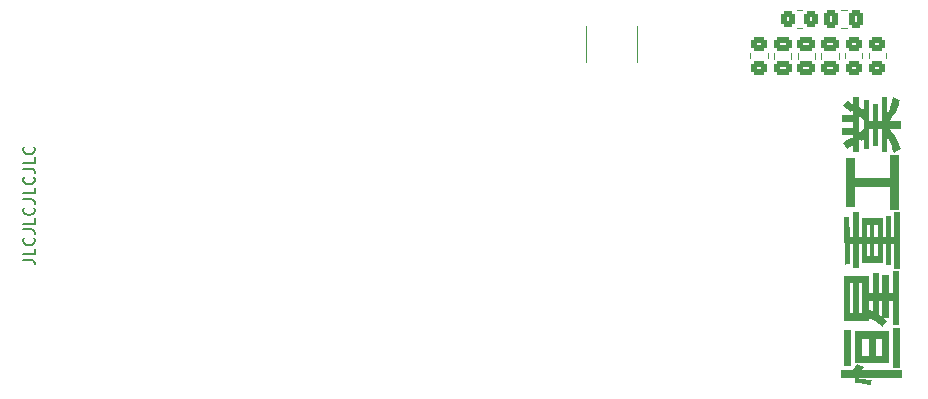
<source format=gbr>
%TF.GenerationSoftware,KiCad,Pcbnew,8.0.6*%
%TF.CreationDate,2025-03-23T20:06:32-04:00*%
%TF.ProjectId,co2_7seg,636f325f-3773-4656-972e-6b696361645f,rev?*%
%TF.SameCoordinates,Original*%
%TF.FileFunction,Legend,Top*%
%TF.FilePolarity,Positive*%
%FSLAX46Y46*%
G04 Gerber Fmt 4.6, Leading zero omitted, Abs format (unit mm)*
G04 Created by KiCad (PCBNEW 8.0.6) date 2025-03-23 20:06:33*
%MOMM*%
%LPD*%
G01*
G04 APERTURE LIST*
G04 Aperture macros list*
%AMRoundRect*
0 Rectangle with rounded corners*
0 $1 Rounding radius*
0 $2 $3 $4 $5 $6 $7 $8 $9 X,Y pos of 4 corners*
0 Add a 4 corners polygon primitive as box body*
4,1,4,$2,$3,$4,$5,$6,$7,$8,$9,$2,$3,0*
0 Add four circle primitives for the rounded corners*
1,1,$1+$1,$2,$3*
1,1,$1+$1,$4,$5*
1,1,$1+$1,$6,$7*
1,1,$1+$1,$8,$9*
0 Add four rect primitives between the rounded corners*
20,1,$1+$1,$2,$3,$4,$5,0*
20,1,$1+$1,$4,$5,$6,$7,0*
20,1,$1+$1,$6,$7,$8,$9,0*
20,1,$1+$1,$8,$9,$2,$3,0*%
G04 Aperture macros list end*
%ADD10C,0.150000*%
%ADD11C,0.750000*%
%ADD12C,0.120000*%
%ADD13C,1.500000*%
%ADD14C,1.270000*%
%ADD15O,1.700000X1.700000*%
%ADD16R,1.700000X1.700000*%
%ADD17C,3.200000*%
%ADD18O,1.600000X1.600000*%
%ADD19R,1.600000X1.600000*%
%ADD20RoundRect,0.250000X0.450000X-0.350000X0.450000X0.350000X-0.450000X0.350000X-0.450000X-0.350000X0*%
%ADD21RoundRect,0.250000X-0.450000X0.350000X-0.450000X-0.350000X0.450000X-0.350000X0.450000X0.350000X0*%
%ADD22RoundRect,0.250000X-0.350000X-0.450000X0.350000X-0.450000X0.350000X0.450000X-0.350000X0.450000X0*%
%ADD23O,1.500000X1.050000*%
%ADD24R,1.500000X1.050000*%
%ADD25O,4.004000X2.104000*%
%ADD26O,2.104000X4.004000*%
%ADD27O,2.404000X4.604000*%
%ADD28RoundRect,0.250000X0.475000X-0.337500X0.475000X0.337500X-0.475000X0.337500X-0.475000X-0.337500X0*%
%ADD29RoundRect,0.250000X-0.337500X-0.475000X0.337500X-0.475000X0.337500X0.475000X-0.337500X0.475000X0*%
G04 APERTURE END LIST*
D10*
X52869819Y-47577506D02*
X53584104Y-47577506D01*
X53584104Y-47577506D02*
X53726961Y-47625125D01*
X53726961Y-47625125D02*
X53822200Y-47720363D01*
X53822200Y-47720363D02*
X53869819Y-47863220D01*
X53869819Y-47863220D02*
X53869819Y-47958458D01*
X53869819Y-46625125D02*
X53869819Y-47101315D01*
X53869819Y-47101315D02*
X52869819Y-47101315D01*
X53774580Y-45720363D02*
X53822200Y-45767982D01*
X53822200Y-45767982D02*
X53869819Y-45910839D01*
X53869819Y-45910839D02*
X53869819Y-46006077D01*
X53869819Y-46006077D02*
X53822200Y-46148934D01*
X53822200Y-46148934D02*
X53726961Y-46244172D01*
X53726961Y-46244172D02*
X53631723Y-46291791D01*
X53631723Y-46291791D02*
X53441247Y-46339410D01*
X53441247Y-46339410D02*
X53298390Y-46339410D01*
X53298390Y-46339410D02*
X53107914Y-46291791D01*
X53107914Y-46291791D02*
X53012676Y-46244172D01*
X53012676Y-46244172D02*
X52917438Y-46148934D01*
X52917438Y-46148934D02*
X52869819Y-46006077D01*
X52869819Y-46006077D02*
X52869819Y-45910839D01*
X52869819Y-45910839D02*
X52917438Y-45767982D01*
X52917438Y-45767982D02*
X52965057Y-45720363D01*
X52869819Y-45006077D02*
X53584104Y-45006077D01*
X53584104Y-45006077D02*
X53726961Y-45053696D01*
X53726961Y-45053696D02*
X53822200Y-45148934D01*
X53822200Y-45148934D02*
X53869819Y-45291791D01*
X53869819Y-45291791D02*
X53869819Y-45387029D01*
X53869819Y-44053696D02*
X53869819Y-44529886D01*
X53869819Y-44529886D02*
X52869819Y-44529886D01*
X53774580Y-43148934D02*
X53822200Y-43196553D01*
X53822200Y-43196553D02*
X53869819Y-43339410D01*
X53869819Y-43339410D02*
X53869819Y-43434648D01*
X53869819Y-43434648D02*
X53822200Y-43577505D01*
X53822200Y-43577505D02*
X53726961Y-43672743D01*
X53726961Y-43672743D02*
X53631723Y-43720362D01*
X53631723Y-43720362D02*
X53441247Y-43767981D01*
X53441247Y-43767981D02*
X53298390Y-43767981D01*
X53298390Y-43767981D02*
X53107914Y-43720362D01*
X53107914Y-43720362D02*
X53012676Y-43672743D01*
X53012676Y-43672743D02*
X52917438Y-43577505D01*
X52917438Y-43577505D02*
X52869819Y-43434648D01*
X52869819Y-43434648D02*
X52869819Y-43339410D01*
X52869819Y-43339410D02*
X52917438Y-43196553D01*
X52917438Y-43196553D02*
X52965057Y-43148934D01*
X52869819Y-42434648D02*
X53584104Y-42434648D01*
X53584104Y-42434648D02*
X53726961Y-42482267D01*
X53726961Y-42482267D02*
X53822200Y-42577505D01*
X53822200Y-42577505D02*
X53869819Y-42720362D01*
X53869819Y-42720362D02*
X53869819Y-42815600D01*
X53869819Y-41482267D02*
X53869819Y-41958457D01*
X53869819Y-41958457D02*
X52869819Y-41958457D01*
X53774580Y-40577505D02*
X53822200Y-40625124D01*
X53822200Y-40625124D02*
X53869819Y-40767981D01*
X53869819Y-40767981D02*
X53869819Y-40863219D01*
X53869819Y-40863219D02*
X53822200Y-41006076D01*
X53822200Y-41006076D02*
X53726961Y-41101314D01*
X53726961Y-41101314D02*
X53631723Y-41148933D01*
X53631723Y-41148933D02*
X53441247Y-41196552D01*
X53441247Y-41196552D02*
X53298390Y-41196552D01*
X53298390Y-41196552D02*
X53107914Y-41148933D01*
X53107914Y-41148933D02*
X53012676Y-41101314D01*
X53012676Y-41101314D02*
X52917438Y-41006076D01*
X52917438Y-41006076D02*
X52869819Y-40863219D01*
X52869819Y-40863219D02*
X52869819Y-40767981D01*
X52869819Y-40767981D02*
X52917438Y-40625124D01*
X52917438Y-40625124D02*
X52965057Y-40577505D01*
X52869819Y-39863219D02*
X53584104Y-39863219D01*
X53584104Y-39863219D02*
X53726961Y-39910838D01*
X53726961Y-39910838D02*
X53822200Y-40006076D01*
X53822200Y-40006076D02*
X53869819Y-40148933D01*
X53869819Y-40148933D02*
X53869819Y-40244171D01*
X53869819Y-38910838D02*
X53869819Y-39387028D01*
X53869819Y-39387028D02*
X52869819Y-39387028D01*
X53774580Y-38006076D02*
X53822200Y-38053695D01*
X53822200Y-38053695D02*
X53869819Y-38196552D01*
X53869819Y-38196552D02*
X53869819Y-38291790D01*
X53869819Y-38291790D02*
X53822200Y-38434647D01*
X53822200Y-38434647D02*
X53726961Y-38529885D01*
X53726961Y-38529885D02*
X53631723Y-38577504D01*
X53631723Y-38577504D02*
X53441247Y-38625123D01*
X53441247Y-38625123D02*
X53298390Y-38625123D01*
X53298390Y-38625123D02*
X53107914Y-38577504D01*
X53107914Y-38577504D02*
X53012676Y-38529885D01*
X53012676Y-38529885D02*
X52917438Y-38434647D01*
X52917438Y-38434647D02*
X52869819Y-38291790D01*
X52869819Y-38291790D02*
X52869819Y-38196552D01*
X52869819Y-38196552D02*
X52917438Y-38053695D01*
X52917438Y-38053695D02*
X52965057Y-38006076D01*
D11*
G36*
X123539065Y-57606780D02*
G01*
X123753691Y-57631391D01*
X123972298Y-57658339D01*
X124194885Y-57687624D01*
X124421452Y-57719247D01*
X124605571Y-57746228D01*
X124745333Y-57767445D01*
X124709194Y-57937451D01*
X124674332Y-58117063D01*
X124662901Y-58180338D01*
X124441007Y-58140025D01*
X124221260Y-58102967D01*
X124003660Y-58069166D01*
X123788206Y-58038620D01*
X123574899Y-58011330D01*
X123363739Y-57987295D01*
X123279876Y-57978593D01*
X123328419Y-57584508D01*
X123539065Y-57606780D01*
G37*
G36*
X124041913Y-56627930D02*
G01*
X123812936Y-56939951D01*
X127265919Y-56939951D01*
X127265919Y-57555443D01*
X122166128Y-57555443D01*
X122166128Y-56939951D01*
X123147984Y-56939951D01*
X123237822Y-56772854D01*
X123324489Y-56614473D01*
X123416661Y-56448519D01*
X123459394Y-56372330D01*
X124041913Y-56627930D01*
G37*
G36*
X127101971Y-56699738D02*
G01*
X126503881Y-56699738D01*
X126503881Y-53333339D01*
X127101971Y-53333339D01*
X127101971Y-56699738D01*
G37*
G36*
X122998691Y-56536461D02*
G01*
X122400601Y-56536461D01*
X122400601Y-53477808D01*
X122998691Y-53477808D01*
X122998691Y-56536461D01*
G37*
G36*
X126174153Y-56353524D02*
G01*
X123338494Y-56353524D01*
X123338494Y-55708967D01*
X123946659Y-55708967D01*
X124510860Y-55708967D01*
X125077808Y-55708967D01*
X125565989Y-55708967D01*
X125565989Y-54266835D01*
X125077808Y-54266835D01*
X125077808Y-55708967D01*
X124510860Y-55708967D01*
X124510860Y-54266835D01*
X123946659Y-54266835D01*
X123946659Y-55708967D01*
X123338494Y-55708967D01*
X123338494Y-53622278D01*
X126174153Y-53622278D01*
X126174153Y-56353524D01*
G37*
G36*
X127060755Y-53136723D02*
G01*
X126503881Y-53136723D01*
X126503881Y-51049180D01*
X126160415Y-51049180D01*
X126160415Y-52463101D01*
X125675898Y-52463101D01*
X125820082Y-52578009D01*
X125959430Y-52696302D01*
X126022112Y-52752041D01*
X125895574Y-52897517D01*
X125776220Y-53047650D01*
X125665283Y-53197331D01*
X125640177Y-53232466D01*
X125499413Y-53115619D01*
X125357848Y-53005290D01*
X125179764Y-52876545D01*
X125000428Y-52757985D01*
X124819840Y-52649609D01*
X124637999Y-52551418D01*
X124491625Y-52480198D01*
X124491625Y-52722976D01*
X122341983Y-52722976D01*
X122341983Y-52246824D01*
X125360825Y-52246824D01*
X125511456Y-52359855D01*
X125624607Y-52451133D01*
X125624607Y-51049180D01*
X125360825Y-51049180D01*
X125360825Y-52246824D01*
X122341983Y-52246824D01*
X122341983Y-52100645D01*
X124491625Y-52100645D01*
X124609778Y-51838206D01*
X124774336Y-51918989D01*
X124803951Y-51933949D01*
X124803951Y-51049180D01*
X124491625Y-51049180D01*
X124491625Y-52100645D01*
X122341983Y-52100645D01*
X122341983Y-52059612D01*
X122908932Y-52059612D01*
X123162639Y-52059612D01*
X123610519Y-52059612D01*
X123924677Y-52059612D01*
X123924677Y-49573709D01*
X123610519Y-49573709D01*
X123610519Y-52059612D01*
X123162639Y-52059612D01*
X123162639Y-49573709D01*
X122908932Y-49573709D01*
X122908932Y-52059612D01*
X122341983Y-52059612D01*
X122341983Y-48909490D01*
X124491625Y-48909490D01*
X124491625Y-50376413D01*
X124803951Y-50376413D01*
X124803951Y-48702616D01*
X125360825Y-48702616D01*
X125360825Y-50376413D01*
X125624607Y-50376413D01*
X125624607Y-48837683D01*
X126160415Y-48837683D01*
X126160415Y-50376413D01*
X126503881Y-50376413D01*
X126503881Y-48491468D01*
X127060755Y-48491468D01*
X127060755Y-53136723D01*
G37*
G36*
X123626090Y-45620882D02*
G01*
X123866058Y-45620882D01*
X124293789Y-45620882D01*
X124569478Y-45620882D01*
X124940422Y-45620882D01*
X125272897Y-45620882D01*
X125272897Y-44639515D01*
X124940422Y-44639515D01*
X124940422Y-45620882D01*
X124569478Y-45620882D01*
X124569478Y-44639515D01*
X124293789Y-44639515D01*
X124293789Y-45620882D01*
X123866058Y-45620882D01*
X123866058Y-44019748D01*
X125700628Y-44019748D01*
X125700628Y-45620882D01*
X125917698Y-45620882D01*
X125917698Y-43841085D01*
X126350924Y-43841085D01*
X126350924Y-45620882D01*
X126621118Y-45620882D01*
X126621118Y-43543597D01*
X127084569Y-43543597D01*
X127084569Y-48317934D01*
X126621118Y-48317934D01*
X126621118Y-46255181D01*
X126350924Y-46255181D01*
X126350924Y-48005914D01*
X125917698Y-48005914D01*
X125917698Y-46255181D01*
X125700628Y-46255181D01*
X125700628Y-47837508D01*
X123866058Y-47837508D01*
X123866058Y-47216887D01*
X124293789Y-47216887D01*
X124569478Y-47216887D01*
X124940422Y-47216887D01*
X125272897Y-47216887D01*
X125272897Y-46255181D01*
X124940422Y-46255181D01*
X124940422Y-47216887D01*
X124569478Y-47216887D01*
X124569478Y-46255181D01*
X124293789Y-46255181D01*
X124293789Y-47216887D01*
X123866058Y-47216887D01*
X123866058Y-46255181D01*
X123626090Y-46255181D01*
X123626090Y-48303401D01*
X123162639Y-48303401D01*
X123162639Y-46255181D01*
X122892445Y-46255181D01*
X122922670Y-47890509D01*
X122737045Y-47924163D01*
X122547791Y-47962614D01*
X122459220Y-47981978D01*
X122455756Y-47726862D01*
X122451778Y-47472501D01*
X122447284Y-47218894D01*
X122442275Y-46966042D01*
X122436751Y-46713945D01*
X122430712Y-46462602D01*
X122424157Y-46212014D01*
X122417088Y-45962181D01*
X122409503Y-45713103D01*
X122401403Y-45464779D01*
X122392788Y-45217209D01*
X122383657Y-44970395D01*
X122374011Y-44724335D01*
X122363850Y-44479030D01*
X122353174Y-44234479D01*
X122341983Y-43990683D01*
X122538546Y-43952549D01*
X122742557Y-43914689D01*
X122826500Y-43899214D01*
X122874127Y-45620882D01*
X123162639Y-45620882D01*
X123162639Y-43543597D01*
X123626090Y-43543597D01*
X123626090Y-45620882D01*
G37*
G36*
X126269408Y-43375191D02*
G01*
X126269408Y-41441521D01*
X123308269Y-41441521D01*
X123308269Y-43115317D01*
X122576456Y-43115317D01*
X122576456Y-38941085D01*
X123308269Y-38941085D01*
X123308269Y-40653349D01*
X126269408Y-40653349D01*
X126269408Y-38696598D01*
X127001221Y-38696598D01*
X127001221Y-43375191D01*
X126269408Y-43375191D01*
G37*
G36*
X126689239Y-33844576D02*
G01*
X126848722Y-33932091D01*
X127013634Y-34019561D01*
X127131280Y-34079553D01*
X127068136Y-34288669D01*
X126999260Y-34488378D01*
X126924653Y-34678681D01*
X126844314Y-34859577D01*
X126758243Y-35031066D01*
X126666441Y-35193149D01*
X126568907Y-35345824D01*
X126465642Y-35489094D01*
X126319039Y-35665487D01*
X126162247Y-35825157D01*
X127207301Y-35825157D01*
X127207301Y-36460310D01*
X126203463Y-36460310D01*
X126347060Y-36623159D01*
X126484762Y-36801823D01*
X126584168Y-36946199D01*
X126680258Y-37099471D01*
X126773032Y-37261638D01*
X126862489Y-37432702D01*
X126948629Y-37612661D01*
X127031453Y-37801516D01*
X127110960Y-37999267D01*
X127187151Y-38205914D01*
X127009192Y-38289729D01*
X126842299Y-38380580D01*
X126688598Y-38473599D01*
X126589977Y-38537595D01*
X126533620Y-38327276D01*
X126474458Y-38126733D01*
X126412491Y-37935968D01*
X126347718Y-37754980D01*
X126280141Y-37583770D01*
X126209759Y-37422337D01*
X126117837Y-37234295D01*
X126060580Y-37128803D01*
X126060580Y-38426465D01*
X125565989Y-38426465D01*
X125565989Y-36460310D01*
X125267402Y-36460310D01*
X125267402Y-37955443D01*
X124803951Y-37955443D01*
X124803951Y-36460310D01*
X124526430Y-36460310D01*
X124526430Y-38205914D01*
X124041913Y-38205914D01*
X124041913Y-37306612D01*
X123904527Y-37427786D01*
X123781795Y-37541695D01*
X123657231Y-37143335D01*
X123657231Y-38417062D01*
X123162639Y-38417062D01*
X123162639Y-37810973D01*
X123012426Y-37909064D01*
X122849154Y-38016337D01*
X122691044Y-38120735D01*
X122635990Y-38157187D01*
X122336488Y-37657100D01*
X122486468Y-37536887D01*
X122637822Y-37420734D01*
X122790550Y-37308642D01*
X122944652Y-37200610D01*
X123162639Y-37570760D01*
X123162639Y-36998866D01*
X122224747Y-36998866D01*
X122224747Y-36825331D01*
X123657231Y-36825331D01*
X123794875Y-36703922D01*
X123936476Y-36585113D01*
X124041913Y-36498778D01*
X124041913Y-35720010D01*
X123896455Y-35601614D01*
X123753573Y-35489275D01*
X123657231Y-35416538D01*
X123657231Y-36825331D01*
X122224747Y-36825331D01*
X122224747Y-36392777D01*
X123162639Y-36392777D01*
X123162639Y-35883286D01*
X122224747Y-35883286D01*
X122224747Y-35277198D01*
X123162639Y-35277198D01*
X123162639Y-34791643D01*
X122929082Y-35051517D01*
X122785914Y-34916451D01*
X122639425Y-34785659D01*
X122489616Y-34659141D01*
X122336488Y-34536898D01*
X122718422Y-34055617D01*
X122856874Y-34175785D01*
X122998304Y-34305816D01*
X123126674Y-34432173D01*
X123162639Y-34469364D01*
X123162639Y-33810275D01*
X123657231Y-33810275D01*
X123657231Y-35084856D01*
X123762561Y-34676238D01*
X123900810Y-34798879D01*
X124041913Y-34925854D01*
X124041913Y-34070150D01*
X124526430Y-34070150D01*
X124526430Y-35825157D01*
X124803951Y-35825157D01*
X124803951Y-34397557D01*
X125267402Y-34397557D01*
X125267402Y-35825157D01*
X125565989Y-35825157D01*
X125565989Y-33810275D01*
X126060580Y-33810275D01*
X126060580Y-35152390D01*
X126154332Y-34967082D01*
X126239809Y-34769126D01*
X126302234Y-34601656D01*
X126359364Y-34426091D01*
X126411199Y-34242432D01*
X126457739Y-34050678D01*
X126498983Y-33850830D01*
X126517620Y-33747871D01*
X126689239Y-33844576D01*
G37*
D12*
%TO.C,R7*%
X100550000Y-27750000D02*
X100550000Y-30800000D01*
X104850000Y-27750000D02*
X104850000Y-30800000D01*
%TO.C,R4*%
X115935000Y-30527064D02*
X115935000Y-30072936D01*
X114465000Y-30527064D02*
X114465000Y-30072936D01*
%TO.C,R3*%
X125935000Y-30072936D02*
X125935000Y-30527064D01*
X124465000Y-30072936D02*
X124465000Y-30527064D01*
%TO.C,R2*%
X122465000Y-30072936D02*
X122465000Y-30527064D01*
X123935000Y-30072936D02*
X123935000Y-30527064D01*
%TO.C,R1*%
X118372936Y-26465000D02*
X118827064Y-26465000D01*
X118372936Y-27935000D02*
X118827064Y-27935000D01*
%TO.C,C7*%
X120465000Y-30561252D02*
X120465000Y-30038748D01*
X121935000Y-30561252D02*
X121935000Y-30038748D01*
%TO.C,C6*%
X117935000Y-30561252D02*
X117935000Y-30038748D01*
X116465000Y-30561252D02*
X116465000Y-30038748D01*
%TO.C,C5*%
X119935000Y-30561252D02*
X119935000Y-30038748D01*
X118465000Y-30561252D02*
X118465000Y-30038748D01*
%TO.C,C3*%
X122088748Y-27935000D02*
X122611252Y-27935000D01*
X122088748Y-26465000D02*
X122611252Y-26465000D01*
%TD*%
%LPC*%
D13*
%TO.C,R7*%
X102700000Y-31000000D03*
X102700000Y-27600000D03*
%TD*%
D14*
%TO.C,LED4*%
X113010000Y-37720000D03*
X113010000Y-40260000D03*
X113010000Y-42800000D03*
X113010000Y-45340000D03*
X113010000Y-47880000D03*
X113010000Y-50420000D03*
X128250000Y-55500000D03*
X128250000Y-52960000D03*
X128250000Y-50420000D03*
X128250000Y-47880000D03*
X128250000Y-45340000D03*
X128250000Y-42800000D03*
X128250000Y-37720000D03*
%TD*%
%TO.C,LED3*%
X92360400Y-37720000D03*
X92360400Y-40260000D03*
X92360400Y-42800000D03*
X92360400Y-45340000D03*
X92360400Y-47880000D03*
X92360400Y-50420000D03*
X107600400Y-55500000D03*
X107600400Y-52960000D03*
X107600400Y-50420000D03*
X107600400Y-47880000D03*
X107600400Y-45340000D03*
X107600400Y-42800000D03*
X107600400Y-37720000D03*
%TD*%
%TO.C,LED2*%
X71770000Y-37720000D03*
X71770000Y-40260000D03*
X71770000Y-42800000D03*
X71770000Y-45340000D03*
X71770000Y-47880000D03*
X71770000Y-50420000D03*
X87010000Y-55500000D03*
X87010000Y-52960000D03*
X87010000Y-50420000D03*
X87010000Y-47880000D03*
X87010000Y-45340000D03*
X87010000Y-42800000D03*
X87010000Y-37720000D03*
%TD*%
%TO.C,LED1*%
X51260000Y-37720000D03*
X51260000Y-40260000D03*
X51260000Y-42800000D03*
X51260000Y-45340000D03*
X51260000Y-47880000D03*
X51260000Y-50420000D03*
X66500000Y-55500000D03*
X66500000Y-52960000D03*
X66500000Y-50420000D03*
X66500000Y-47880000D03*
X66500000Y-45340000D03*
X66500000Y-42800000D03*
X66500000Y-37720000D03*
%TD*%
D15*
%TO.C,U2*%
X66480000Y-29480000D03*
X63940000Y-29480000D03*
X61400000Y-29480000D03*
X58860000Y-29480000D03*
D16*
X56320000Y-29480000D03*
D17*
X51300000Y-29525000D03*
X71475000Y-29375000D03*
%TD*%
D18*
%TO.C,U3*%
X76530000Y-28400000D03*
X76530000Y-30940000D03*
X76530000Y-33480000D03*
X76530000Y-36020000D03*
X76530000Y-38560000D03*
X76530000Y-41100000D03*
X76530000Y-43640000D03*
X76530000Y-46180000D03*
X76530000Y-48720000D03*
X76530000Y-51260000D03*
X76530000Y-53800000D03*
X76530000Y-56340000D03*
X84150000Y-56340000D03*
X84150000Y-53800000D03*
X84150000Y-51260000D03*
X84150000Y-48720000D03*
X84150000Y-46180000D03*
X84150000Y-43640000D03*
X84150000Y-41100000D03*
X84150000Y-38560000D03*
X84150000Y-36020000D03*
X84150000Y-33480000D03*
X84150000Y-30940000D03*
D19*
X84150000Y-28400000D03*
%TD*%
D20*
%TO.C,R4*%
X115200000Y-29300000D03*
X115200000Y-31300000D03*
%TD*%
D21*
%TO.C,R3*%
X125200000Y-29300000D03*
X125200000Y-31300000D03*
%TD*%
%TO.C,R2*%
X123200000Y-31300000D03*
X123200000Y-29300000D03*
%TD*%
D22*
%TO.C,R1*%
X117600000Y-27200000D03*
X119600000Y-27200000D03*
%TD*%
D23*
%TO.C,Q3*%
X102450000Y-36800000D03*
X102450000Y-35530000D03*
D24*
X102450000Y-34260000D03*
%TD*%
D23*
%TO.C,Q2*%
X102450000Y-49300000D03*
X102450000Y-48030000D03*
D24*
X102450000Y-46760000D03*
%TD*%
%TO.C,Q1*%
X102450000Y-40490000D03*
D23*
X102450000Y-41760000D03*
X102450000Y-43030000D03*
%TD*%
D25*
%TO.C,J3*%
X59882500Y-51030000D03*
D26*
X56632500Y-55720000D03*
D27*
X62587500Y-55720000D03*
%TD*%
D16*
%TO.C,J2*%
X112225000Y-30375000D03*
D15*
X112225000Y-27835000D03*
X109685000Y-30375000D03*
X109685000Y-27835000D03*
X107145000Y-30375000D03*
X107145000Y-27835000D03*
%TD*%
%TO.C,J1*%
X128200000Y-27935000D03*
D16*
X128200000Y-30475000D03*
%TD*%
D28*
%TO.C,C7*%
X121200000Y-31337500D03*
X121200000Y-29262500D03*
%TD*%
%TO.C,C6*%
X117200000Y-29262500D03*
X117200000Y-31337500D03*
%TD*%
%TO.C,C5*%
X119200000Y-29262500D03*
X119200000Y-31337500D03*
%TD*%
D29*
%TO.C,C3*%
X123387500Y-27200000D03*
X121312500Y-27200000D03*
%TD*%
%LPD*%
M02*

</source>
